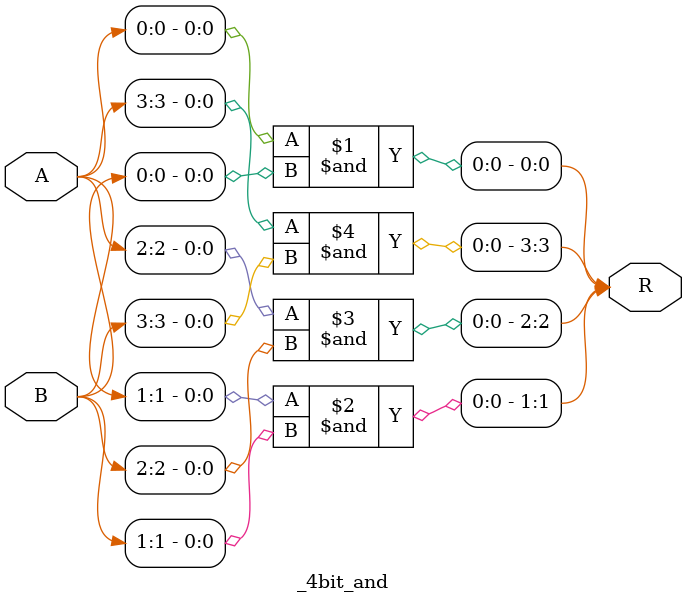
<source format=v>
module _4bit_and (R, A, B);
input [3:0] A,B;
output [3:0] R;
and and0(R[0], A[0], B[0]);
and and1(R[1], A[1], B[1]);
and and2(R[2], A[2], B[2]);
and and3(R[3], A[3], B[3]);

endmodule

</source>
